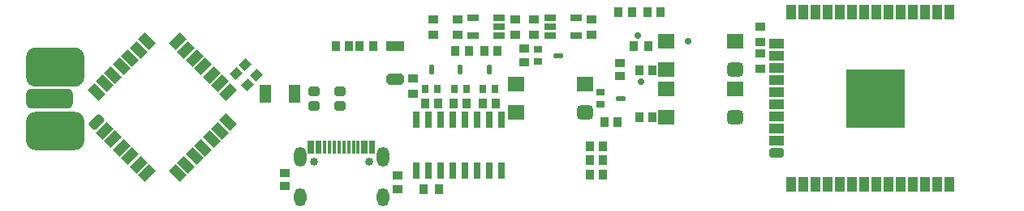
<source format=gts>
G04 Layer_Color=8388736*
%FSLAX24Y24*%
%MOIN*%
G70*
G01*
G75*
%ADD60R,0.0429X0.0323*%
%ADD61R,0.0323X0.0429*%
G04:AMPARAMS|DCode=62|XSize=37.4mil|YSize=19.7mil|CornerRadius=0mil|HoleSize=0mil|Usage=FLASHONLY|Rotation=90.000|XOffset=0mil|YOffset=0mil|HoleType=Round|Shape=Octagon|*
%AMOCTAGOND62*
4,1,8,0.0049,0.0187,-0.0049,0.0187,-0.0098,0.0138,-0.0098,-0.0138,-0.0049,-0.0187,0.0049,-0.0187,0.0098,-0.0138,0.0098,0.0138,0.0049,0.0187,0.0*
%
%ADD62OCTAGOND62*%

%ADD63R,0.0256X0.0374*%
G04:AMPARAMS|DCode=64|XSize=37.4mil|YSize=19.7mil|CornerRadius=0mil|HoleSize=0mil|Usage=FLASHONLY|Rotation=0.000|XOffset=0mil|YOffset=0mil|HoleType=Round|Shape=Octagon|*
%AMOCTAGOND64*
4,1,8,0.0187,-0.0049,0.0187,0.0049,0.0138,0.0098,-0.0138,0.0098,-0.0187,0.0049,-0.0187,-0.0049,-0.0138,-0.0098,0.0138,-0.0098,0.0187,-0.0049,0.0*
%
%ADD64OCTAGOND64*%

%ADD65R,0.0374X0.0256*%
%ADD66R,0.0413X0.0354*%
G04:AMPARAMS|DCode=67|XSize=41.3mil|YSize=35.4mil|CornerRadius=0mil|HoleSize=0mil|Usage=FLASHONLY|Rotation=45.000|XOffset=0mil|YOffset=0mil|HoleType=Round|Shape=Rectangle|*
%AMROTATEDRECTD67*
4,1,4,-0.0021,-0.0271,-0.0271,-0.0021,0.0021,0.0271,0.0271,0.0021,-0.0021,-0.0271,0.0*
%
%ADD67ROTATEDRECTD67*%

%ADD68R,0.0472X0.0256*%
%ADD69R,0.0354X0.0413*%
%ADD70R,0.0157X0.0551*%
%ADD71R,0.0276X0.0650*%
%ADD72R,0.2402X0.2402*%
%ADD73R,0.0394X0.0630*%
G04:AMPARAMS|DCode=74|XSize=39.4mil|YSize=63mil|CornerRadius=0mil|HoleSize=0mil|Usage=FLASHONLY|Rotation=90.000|XOffset=0mil|YOffset=0mil|HoleType=Round|Shape=Octagon|*
%AMOCTAGOND74*
4,1,8,-0.0315,-0.0098,-0.0315,0.0098,-0.0217,0.0197,0.0217,0.0197,0.0315,0.0098,0.0315,-0.0098,0.0217,-0.0197,-0.0217,-0.0197,-0.0315,-0.0098,0.0*
%
%ADD74OCTAGOND74*%

%ADD75R,0.0630X0.0394*%
G04:AMPARAMS|DCode=76|XSize=161.4mil|YSize=240.2mil|CornerRadius=41.3mil|HoleSize=0mil|Usage=FLASHONLY|Rotation=90.000|XOffset=0mil|YOffset=0mil|HoleType=Round|Shape=RoundedRectangle|*
%AMROUNDEDRECTD76*
21,1,0.1614,0.1575,0,0,90.0*
21,1,0.0787,0.2402,0,0,90.0*
1,1,0.0827,0.0787,0.0394*
1,1,0.0827,0.0787,-0.0394*
1,1,0.0827,-0.0787,-0.0394*
1,1,0.0827,-0.0787,0.0394*
%
%ADD76ROUNDEDRECTD76*%
G04:AMPARAMS|DCode=77|XSize=157.5mil|YSize=240.2mil|CornerRadius=40.4mil|HoleSize=0mil|Usage=FLASHONLY|Rotation=90.000|XOffset=0mil|YOffset=0mil|HoleType=Round|Shape=RoundedRectangle|*
%AMROUNDEDRECTD77*
21,1,0.1575,0.1594,0,0,90.0*
21,1,0.0768,0.2402,0,0,90.0*
1,1,0.0807,0.0797,0.0384*
1,1,0.0807,0.0797,-0.0384*
1,1,0.0807,-0.0797,-0.0384*
1,1,0.0807,-0.0797,0.0384*
%
%ADD77ROUNDEDRECTD77*%
G04:AMPARAMS|DCode=78|XSize=82.7mil|YSize=192.9mil|CornerRadius=21.7mil|HoleSize=0mil|Usage=FLASHONLY|Rotation=90.000|XOffset=0mil|YOffset=0mil|HoleType=Round|Shape=RoundedRectangle|*
%AMROUNDEDRECTD78*
21,1,0.0827,0.1496,0,0,90.0*
21,1,0.0394,0.1929,0,0,90.0*
1,1,0.0433,0.0748,0.0197*
1,1,0.0433,0.0748,-0.0197*
1,1,0.0433,-0.0748,-0.0197*
1,1,0.0433,-0.0748,0.0197*
%
%ADD78ROUNDEDRECTD78*%
%ADD79R,0.0492X0.0748*%
G04:AMPARAMS|DCode=80|XSize=63mil|YSize=39.4mil|CornerRadius=0mil|HoleSize=0mil|Usage=FLASHONLY|Rotation=225.000|XOffset=0mil|YOffset=0mil|HoleType=Round|Shape=Rectangle|*
%AMROTATEDRECTD80*
4,1,4,0.0084,0.0362,0.0362,0.0084,-0.0084,-0.0362,-0.0362,-0.0084,0.0084,0.0362,0.0*
%
%ADD80ROTATEDRECTD80*%

G04:AMPARAMS|DCode=81|XSize=63mil|YSize=39.4mil|CornerRadius=0mil|HoleSize=0mil|Usage=FLASHONLY|Rotation=315.000|XOffset=0mil|YOffset=0mil|HoleType=Round|Shape=Rectangle|*
%AMROTATEDRECTD81*
4,1,4,-0.0362,0.0084,-0.0084,0.0362,0.0362,-0.0084,0.0084,-0.0362,-0.0362,0.0084,0.0*
%
%ADD81ROTATEDRECTD81*%

G04:AMPARAMS|DCode=82|XSize=63mil|YSize=39.4mil|CornerRadius=10.8mil|HoleSize=0mil|Usage=FLASHONLY|Rotation=45.000|XOffset=0mil|YOffset=0mil|HoleType=Round|Shape=RoundedRectangle|*
%AMROUNDEDRECTD82*
21,1,0.0630,0.0177,0,0,45.0*
21,1,0.0413,0.0394,0,0,45.0*
1,1,0.0217,0.0209,0.0084*
1,1,0.0217,-0.0084,-0.0209*
1,1,0.0217,-0.0209,-0.0084*
1,1,0.0217,0.0084,0.0209*
%
%ADD82ROUNDEDRECTD82*%
G04:AMPARAMS|DCode=83|XSize=47.2mil|YSize=39.4mil|CornerRadius=10.8mil|HoleSize=0mil|Usage=FLASHONLY|Rotation=180.000|XOffset=0mil|YOffset=0mil|HoleType=Round|Shape=RoundedRectangle|*
%AMROUNDEDRECTD83*
21,1,0.0472,0.0177,0,0,180.0*
21,1,0.0256,0.0394,0,0,180.0*
1,1,0.0217,-0.0128,0.0089*
1,1,0.0217,0.0128,0.0089*
1,1,0.0217,0.0128,-0.0089*
1,1,0.0217,-0.0128,-0.0089*
%
%ADD83ROUNDEDRECTD83*%
%ADD84R,0.0669X0.0591*%
G04:AMPARAMS|DCode=85|XSize=66.9mil|YSize=59.1mil|CornerRadius=15.7mil|HoleSize=0mil|Usage=FLASHONLY|Rotation=0.000|XOffset=0mil|YOffset=0mil|HoleType=Round|Shape=RoundedRectangle|*
%AMROUNDEDRECTD85*
21,1,0.0669,0.0276,0,0,0.0*
21,1,0.0354,0.0591,0,0,0.0*
1,1,0.0315,0.0177,-0.0138*
1,1,0.0315,-0.0177,-0.0138*
1,1,0.0315,-0.0177,0.0138*
1,1,0.0315,0.0177,0.0138*
%
%ADD85ROUNDEDRECTD85*%
G04:AMPARAMS|DCode=86|XSize=72.8mil|YSize=43.3mil|CornerRadius=0mil|HoleSize=0mil|Usage=FLASHONLY|Rotation=180.000|XOffset=0mil|YOffset=0mil|HoleType=Round|Shape=Octagon|*
%AMOCTAGOND86*
4,1,8,-0.0364,0.0108,-0.0364,-0.0108,-0.0256,-0.0217,0.0256,-0.0217,0.0364,-0.0108,0.0364,0.0108,0.0256,0.0217,-0.0256,0.0217,-0.0364,0.0108,0.0*
%
%ADD86OCTAGOND86*%

%ADD87R,0.0728X0.0433*%
%ADD88C,0.0039*%
%ADD89C,0.0335*%
%ADD90O,0.0512X0.0748*%
%ADD91O,0.0512X0.0827*%
%ADD92C,0.0276*%
D60*
X15458Y329D02*
D03*
Y872D02*
D03*
X20669Y6108D02*
D03*
Y5565D02*
D03*
X24606Y4975D02*
D03*
Y5518D02*
D03*
X10827Y447D02*
D03*
Y990D02*
D03*
D61*
X12917Y6230D02*
D03*
X13461D02*
D03*
X13902D02*
D03*
X14445D02*
D03*
X17122Y3868D02*
D03*
X16579D02*
D03*
X18303D02*
D03*
X17760D02*
D03*
X19484D02*
D03*
X18941D02*
D03*
X19563Y6034D02*
D03*
X19020D02*
D03*
X23941Y3081D02*
D03*
X24484D02*
D03*
X25713Y7608D02*
D03*
X26256D02*
D03*
X24532D02*
D03*
X25075D02*
D03*
X25926Y3288D02*
D03*
X25383D02*
D03*
X25926Y5207D02*
D03*
X25383D02*
D03*
X17839Y6034D02*
D03*
X18382D02*
D03*
X23350Y2097D02*
D03*
X23894D02*
D03*
X23350Y915D02*
D03*
X23894D02*
D03*
X23350Y1506D02*
D03*
X23894D02*
D03*
D62*
X18032Y5266D02*
D03*
X16850D02*
D03*
X19213D02*
D03*
D63*
X18287Y4439D02*
D03*
X17776D02*
D03*
X17106D02*
D03*
X16594D02*
D03*
X19468D02*
D03*
X18957D02*
D03*
D64*
X24626Y4065D02*
D03*
X22067Y5837D02*
D03*
D65*
X23799Y3809D02*
D03*
Y4321D02*
D03*
X21240Y5581D02*
D03*
Y6093D02*
D03*
D66*
X20276Y7333D02*
D03*
Y6703D02*
D03*
X21063D02*
D03*
Y7333D02*
D03*
X23425Y6703D02*
D03*
Y7333D02*
D03*
X17913D02*
D03*
Y6703D02*
D03*
X16929D02*
D03*
Y7333D02*
D03*
X16099Y4872D02*
D03*
Y4242D02*
D03*
X30354Y6388D02*
D03*
Y7018D02*
D03*
Y5923D02*
D03*
X30354Y5293D02*
D03*
D67*
X8832Y5075D02*
D03*
X9278Y4630D02*
D03*
X9646Y5023D02*
D03*
X9200Y5469D02*
D03*
D68*
X22776Y7392D02*
D03*
Y6644D02*
D03*
X21713D02*
D03*
X21713Y7018D02*
D03*
X21713Y7392D02*
D03*
X18563Y6644D02*
D03*
Y7392D02*
D03*
X19626D02*
D03*
X19626Y7018D02*
D03*
X19626Y6644D02*
D03*
D69*
X25142Y6236D02*
D03*
X25772D02*
D03*
X17165Y325D02*
D03*
X16535D02*
D03*
D70*
X12461Y2069D02*
D03*
X12658D02*
D03*
X12854Y2069D02*
D03*
X13051Y2069D02*
D03*
X13248Y2069D02*
D03*
X13445Y2069D02*
D03*
X13642D02*
D03*
X13839D02*
D03*
X11811Y2069D02*
D03*
X11949D02*
D03*
X12142Y2069D02*
D03*
X12268Y2069D02*
D03*
X14032Y2069D02*
D03*
X14154Y2069D02*
D03*
X14350Y2069D02*
D03*
X14469Y2069D02*
D03*
D71*
X16226Y1073D02*
D03*
X16726D02*
D03*
X17226D02*
D03*
X17726D02*
D03*
X18226D02*
D03*
X18726D02*
D03*
X19226D02*
D03*
X17226Y3199D02*
D03*
X17726D02*
D03*
X18226D02*
D03*
X18726D02*
D03*
X19226D02*
D03*
X19726D02*
D03*
X19726Y1073D02*
D03*
X16726Y3199D02*
D03*
X16226D02*
D03*
D72*
X35091Y4065D02*
D03*
D73*
X38122Y522D02*
D03*
X37622D02*
D03*
X37122D02*
D03*
X36622Y522D02*
D03*
X36122Y522D02*
D03*
X35622Y522D02*
D03*
X35122Y522D02*
D03*
X34622D02*
D03*
X34122D02*
D03*
X33622D02*
D03*
X33122Y522D02*
D03*
X32622Y522D02*
D03*
X32122D02*
D03*
X31622D02*
D03*
Y7608D02*
D03*
X32122D02*
D03*
X32622D02*
D03*
X33122Y7608D02*
D03*
X33622D02*
D03*
X34122Y7608D02*
D03*
X34622D02*
D03*
X35122D02*
D03*
X35622Y7608D02*
D03*
X36122D02*
D03*
X36622D02*
D03*
X37122Y7608D02*
D03*
X37622D02*
D03*
X38122D02*
D03*
D74*
X31035Y1815D02*
D03*
D75*
X31035Y2315D02*
D03*
X31035Y2815D02*
D03*
X31035Y3315D02*
D03*
X31035Y3815D02*
D03*
X31035Y4315D02*
D03*
X31035Y4815D02*
D03*
X31035Y5315D02*
D03*
X31035Y5815D02*
D03*
X31035Y6315D02*
D03*
D76*
X1390Y5364D02*
D03*
D77*
Y2726D02*
D03*
D78*
X1154Y4065D02*
D03*
D79*
X10039Y4262D02*
D03*
X11220D02*
D03*
D80*
X8506Y4327D02*
D03*
X8158Y4675D02*
D03*
X7810Y5023D02*
D03*
X7462Y5371D02*
D03*
X7114Y5719D02*
D03*
X6766Y6067D02*
D03*
X6418Y6415D02*
D03*
X3425Y2726D02*
D03*
X3773Y2378D02*
D03*
X4121Y2030D02*
D03*
X4469Y1683D02*
D03*
X4817Y1334D02*
D03*
X5165Y987D02*
D03*
D81*
Y6415D02*
D03*
X4817Y6067D02*
D03*
X4469Y5719D02*
D03*
X4121Y5371D02*
D03*
X3773Y5023D02*
D03*
X3425Y4675D02*
D03*
X3077Y4327D02*
D03*
X6418Y987D02*
D03*
X6766Y1334D02*
D03*
X7114Y1683D02*
D03*
X7462Y2030D02*
D03*
X7810Y2378D02*
D03*
X8158Y2727D02*
D03*
X8506Y3074D02*
D03*
D82*
X3077D02*
D03*
D83*
X13100Y4360D02*
D03*
X12037D02*
D03*
X12037Y3770D02*
D03*
X13100D02*
D03*
D84*
X26477Y5246D02*
D03*
X29312Y6427D02*
D03*
X26477D02*
D03*
Y3278D02*
D03*
X29312Y4459D02*
D03*
X26477D02*
D03*
X20310Y3475D02*
D03*
X23145Y4656D02*
D03*
X20310D02*
D03*
D85*
X29312Y5246D02*
D03*
Y3278D02*
D03*
X23145Y3475D02*
D03*
D86*
X15354Y4852D02*
D03*
D87*
Y6230D02*
D03*
D88*
X40180Y1000D02*
D03*
Y6905D02*
D03*
X28925Y915D02*
D03*
X7193Y7215D02*
D03*
X3913Y915D02*
D03*
D89*
X12012Y1439D02*
D03*
X14287D02*
D03*
D90*
X14850Y2D02*
D03*
X11449D02*
D03*
D91*
X14850Y1648D02*
D03*
X11449D02*
D03*
D92*
X25340Y6651D02*
D03*
X27396Y6427D02*
D03*
X25457Y4749D02*
D03*
M02*

</source>
